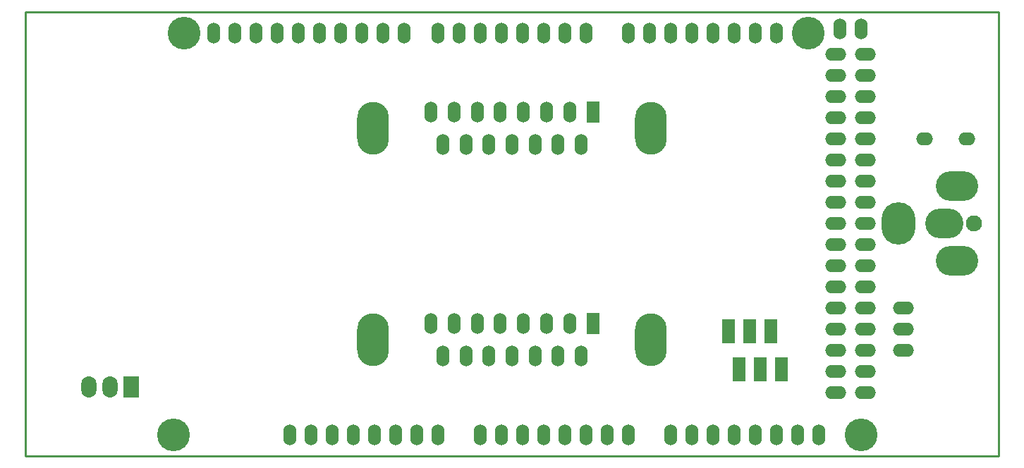
<source format=gts>
G04 #@! TF.FileFunction,Soldermask,Top*
%FSLAX46Y46*%
G04 Gerber Fmt 4.6, Leading zero omitted, Abs format (unit mm)*
G04 Created by KiCad (PCBNEW 0.201412071631+5313~19~ubuntu14.04.1-product) date Mon 08 Dec 2014 02:11:31 PM EST*
%MOMM*%
G01*
G04 APERTURE LIST*
%ADD10C,0.100000*%
%ADD11C,0.228600*%
%ADD12R,1.498600X2.997200*%
%ADD13O,1.854200X2.540000*%
%ADD14R,1.854200X2.540000*%
%ADD15O,2.032000X1.524000*%
%ADD16C,3.937000*%
%ADD17O,1.524000X2.540000*%
%ADD18O,2.540000X1.524000*%
%ADD19C,1.930400*%
%ADD20O,4.572000X3.556000*%
%ADD21O,4.064000X5.080000*%
%ADD22O,5.080000X3.556000*%
%ADD23O,3.810000X6.350000*%
%ADD24R,1.524000X2.540000*%
G04 APERTURE END LIST*
D10*
D11*
X93980000Y-76200000D02*
X93980000Y-129540000D01*
X210820000Y-76200000D02*
X93980000Y-76200000D01*
X210820000Y-129540000D02*
X210820000Y-76200000D01*
X93980000Y-129540000D02*
X210820000Y-129540000D01*
D12*
X178435000Y-114579400D03*
X179705000Y-119100600D03*
X180975000Y-114579400D03*
X182245000Y-119100600D03*
X183515000Y-114579400D03*
X184785000Y-119100600D03*
D13*
X104140000Y-121285000D03*
X101600000Y-121285000D03*
D14*
X106680000Y-121285000D03*
D15*
X201930000Y-91440000D03*
X207010000Y-91440000D03*
D16*
X111760000Y-127000000D03*
X113030000Y-78740000D03*
X194310000Y-127000000D03*
X187960000Y-78740000D03*
D17*
X125730000Y-127000000D03*
X128270000Y-127000000D03*
X130810000Y-127000000D03*
X133350000Y-127000000D03*
X135890000Y-127000000D03*
X138430000Y-127000000D03*
X140970000Y-127000000D03*
X143510000Y-127000000D03*
X148590000Y-127000000D03*
X151130000Y-127000000D03*
X153670000Y-127000000D03*
X156210000Y-127000000D03*
X158750000Y-127000000D03*
X161290000Y-127000000D03*
X163830000Y-127000000D03*
X166370000Y-127000000D03*
X171450000Y-127000000D03*
X173990000Y-127000000D03*
X176530000Y-127000000D03*
X179070000Y-127000000D03*
X181610000Y-127000000D03*
X184150000Y-127000000D03*
X186690000Y-127000000D03*
X189230000Y-127000000D03*
X116586000Y-78740000D03*
X119126000Y-78740000D03*
X121666000Y-78740000D03*
X124206000Y-78740000D03*
X126746000Y-78740000D03*
X129286000Y-78740000D03*
X131826000Y-78740000D03*
X134366000Y-78740000D03*
X136906000Y-78740000D03*
X139446000Y-78740000D03*
X143510000Y-78740000D03*
X161290000Y-78740000D03*
X158750000Y-78740000D03*
X156210000Y-78740000D03*
X153670000Y-78740000D03*
X151130000Y-78740000D03*
X148590000Y-78740000D03*
X146050000Y-78740000D03*
X166370000Y-78740000D03*
X168910000Y-78740000D03*
X171450000Y-78740000D03*
X173990000Y-78740000D03*
X176530000Y-78740000D03*
X179070000Y-78740000D03*
X181610000Y-78740000D03*
X184150000Y-78740000D03*
X191770000Y-78232000D03*
X194310000Y-78232000D03*
D18*
X191262000Y-81280000D03*
X194818000Y-81280000D03*
X191262000Y-83820000D03*
X194818000Y-83820000D03*
X191262000Y-86360000D03*
X194818000Y-86360000D03*
X191262000Y-88900000D03*
X194818000Y-88900000D03*
X191262000Y-91440000D03*
X194818000Y-91440000D03*
X191262000Y-93980000D03*
X194818000Y-93980000D03*
X191262000Y-96520000D03*
X194818000Y-96520000D03*
X191262000Y-99060000D03*
X194818000Y-99060000D03*
X191262000Y-101600000D03*
X194818000Y-101600000D03*
X191262000Y-104140000D03*
X194818000Y-104140000D03*
X191262000Y-106680000D03*
X194818000Y-106680000D03*
X191262000Y-109220000D03*
X194818000Y-109220000D03*
X191262000Y-111760000D03*
X194818000Y-111760000D03*
X191262000Y-114300000D03*
X194818000Y-114300000D03*
X191262000Y-116840000D03*
X194818000Y-116840000D03*
X191262000Y-119380000D03*
X194818000Y-119380000D03*
X191262000Y-121920000D03*
X194818000Y-121920000D03*
X199390000Y-114300000D03*
X199390000Y-116840000D03*
X199390000Y-111760000D03*
D19*
X207822800Y-101600000D03*
D20*
X204317600Y-101600000D03*
D21*
X198831200Y-101600000D03*
D22*
X205816200Y-97104200D03*
X205816200Y-106095800D03*
D23*
X135737600Y-90170000D03*
X169062400Y-90170000D03*
D17*
X142697200Y-88242140D03*
X145465800Y-88242140D03*
X148234400Y-88242140D03*
X151003000Y-88242140D03*
X153797000Y-88242140D03*
X156565600Y-88242140D03*
X159334200Y-88242140D03*
D24*
X162102800Y-88242140D03*
D17*
X144094200Y-92097860D03*
X146862800Y-92097860D03*
X149631400Y-92097860D03*
X152400000Y-92097860D03*
X155168600Y-92097860D03*
X157937200Y-92097860D03*
X160705800Y-92097860D03*
D23*
X135737600Y-115570000D03*
X169062400Y-115570000D03*
D17*
X142697200Y-113642140D03*
X145465800Y-113642140D03*
X148234400Y-113642140D03*
X151003000Y-113642140D03*
X153797000Y-113642140D03*
X156565600Y-113642140D03*
X159334200Y-113642140D03*
D24*
X162102800Y-113642140D03*
D17*
X144094200Y-117497860D03*
X146862800Y-117497860D03*
X149631400Y-117497860D03*
X152400000Y-117497860D03*
X155168600Y-117497860D03*
X157937200Y-117497860D03*
X160705800Y-117497860D03*
M02*

</source>
